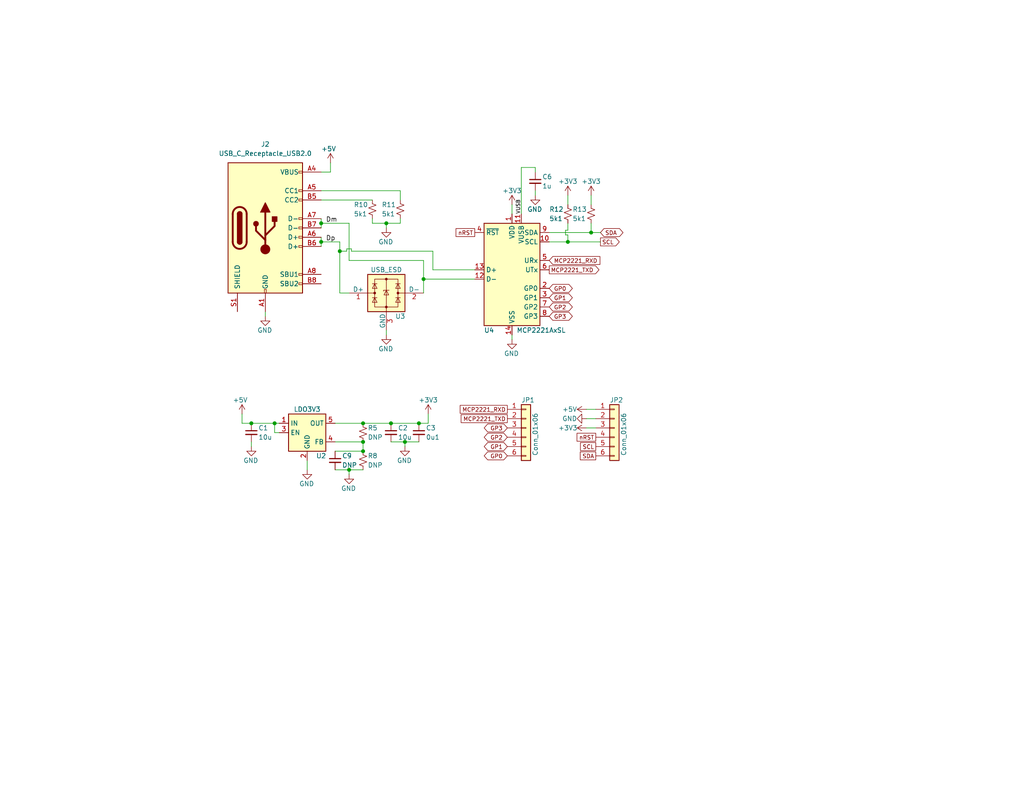
<source format=kicad_sch>
(kicad_sch (version 20230121) (generator eeschema)
  (paper "USLetter")
  (title_block (title "MCP2221A USB-C") (rev "0.1"))
  (lib_symbols
    (symbol "Connector:USB_C_Receptacle_USB2.0" (pin_names (offset 1.016))
      (property "Reference" "J" (at -10.16 19.05 0))
      (property "Value" "USB_C_Receptacle_USB2.0" (at 19.05 19.05 0))
      (symbol "USB_C_Receptacle_USB2.0_0_0"
        (rectangle (start -0.254 -17.78) (end 0.254 -16.764))
        (rectangle (start 10.16 -14.986) (end 9.144 -15.494))
        (rectangle (start 10.16 -12.446) (end 9.144 -12.954))
        (rectangle (start 10.16 -4.826) (end 9.144 -5.334))
        (rectangle (start 10.16 -2.286) (end 9.144 -2.794))
        (rectangle (start 10.16 0.254) (end 9.144 -0.254))
        (rectangle (start 10.16 2.794) (end 9.144 2.286))
        (rectangle (start 10.16 7.874) (end 9.144 7.366))
        (rectangle (start 10.16 10.414) (end 9.144 9.906))
        (rectangle (start 10.16 15.494) (end 9.144 14.986))
      )
      (symbol "USB_C_Receptacle_USB2.0_0_1"
        (rectangle (start -10.16 17.78) (end 10.16 -17.78) (stroke (width 0.254)) (fill (type background)))
        (arc (start -8.89 -3.81) (mid -6.985 -5.7067) (end -5.08 -3.81) (stroke (width 0.508)))
        (arc (start -7.62 -3.81) (mid -6.985 -4.4423) (end -6.35 -3.81) (stroke (width 0.254)))
        (arc (start -7.62 -3.81) (mid -6.985 -4.4423) (end -6.35 -3.81) (stroke (width 0.254)) (fill (type outline)))
        (rectangle (start -7.62 -3.81) (end -6.35 3.81) (stroke (width 0.254)) (fill (type outline)))
        (arc (start -6.35 3.81) (mid -6.985 4.4423) (end -7.62 3.81) (stroke (width 0.254)))
        (arc (start -6.35 3.81) (mid -6.985 4.4423) (end -7.62 3.81) (stroke (width 0.254)) (fill (type outline)))
        (arc (start -5.08 3.81) (mid -6.985 5.7067) (end -8.89 3.81) (stroke (width 0.508)))
        (circle (center -2.54 1.143) (radius 0.635) (stroke (width 0.254)) (fill (type outline)))
        (circle (center 0 -5.842) (radius 1.27) (fill (type outline)))
        (polyline (pts (xy -8.89 -3.81) (xy -8.89 3.81)) (stroke (width 0.508)))
        (polyline (pts (xy -5.08 3.81) (xy -5.08 -3.81)) (stroke (width 0.508)))
        (polyline (pts (xy 0 -5.842) (xy 0 4.318)) (stroke (width 0.508)))
        (polyline (pts (xy 0 -3.302) (xy -2.54 -0.762) (xy -2.54 0.508)) (stroke (width 0.508)))
        (polyline (pts (xy 0 -2.032) (xy 2.54 0.508) (xy 2.54 1.778)) (stroke (width 0.508)))
        (polyline (pts (xy -1.27 4.318) (xy 0 6.858) (xy 1.27 4.318) (xy -1.27 4.318)) (stroke (width 0.254)) (fill (type outline)))
        (rectangle (start 1.905 1.778) (end 3.175 3.048) (stroke (width 0.254)) (fill (type outline)))
      )
      (symbol "USB_C_Receptacle_USB2.0_1_1"
        (pin passive line (at 0 -22.86 90) (length 5.08) (name "GND") (number "A1"))
        (pin passive line (at 0 -22.86 90) (length 5.08) hide (name "GND") (number "A12"))
        (pin passive line (at 15.24 15.24 180) (length 5.08) (name "VBUS") (number "A4"))
        (pin bidirectional line (at 15.24 10.16 180) (length 5.08) (name "CC1") (number "A5"))
        (pin bidirectional line (at 15.24 -2.54 180) (length 5.08) (name "D+") (number "A6"))
        (pin bidirectional line (at 15.24 2.54 180) (length 5.08) (name "D-") (number "A7"))
        (pin bidirectional line (at 15.24 -12.7 180) (length 5.08) (name "SBU1") (number "A8"))
        (pin passive line (at 15.24 15.24 180) (length 5.08) hide (name "VBUS") (number "A9"))
        (pin passive line (at 0 -22.86 90) (length 5.08) hide (name "GND") (number "B1"))
        (pin passive line (at 0 -22.86 90) (length 5.08) hide (name "GND") (number "B12"))
        (pin passive line (at 15.24 15.24 180) (length 5.08) hide (name "VBUS") (number "B4"))
        (pin bidirectional line (at 15.24 7.62 180) (length 5.08) (name "CC2") (number "B5"))
        (pin bidirectional line (at 15.24 -5.08 180) (length 5.08) (name "D+") (number "B6"))
        (pin bidirectional line (at 15.24 0 180) (length 5.08) (name "D-") (number "B7"))
        (pin bidirectional line (at 15.24 -15.24 180) (length 5.08) (name "SBU2") (number "B8"))
        (pin passive line (at 15.24 15.24 180) (length 5.08) hide (name "VBUS") (number "B9"))
        (pin passive line (at -7.62 -22.86 90) (length 5.08) (name "SHIELD") (number "S1"))
      )
    )
    (symbol "Connector_Generic:Conn_01x06" (pin_names (offset 1.016) hide)
      (property "Reference" "J" (at 0 7.62 0))
      (property "Value" "Conn_01x06" (at 0 -10.16 0))
      (symbol "Conn_01x06_1_1"
        (rectangle (start -1.27 -7.493) (end 0 -7.747) (stroke (width 0.1524)))
        (rectangle (start -1.27 -4.953) (end 0 -5.207) (stroke (width 0.1524)))
        (rectangle (start -1.27 -2.413) (end 0 -2.667) (stroke (width 0.1524)))
        (rectangle (start -1.27 0.127) (end 0 -0.127) (stroke (width 0.1524)))
        (rectangle (start -1.27 2.667) (end 0 2.413) (stroke (width 0.1524)))
        (rectangle (start -1.27 5.207) (end 0 4.953) (stroke (width 0.1524)))
        (rectangle (start -1.27 6.35) (end 1.27 -8.89) (stroke (width 0.254)) (fill (type background)))
        (pin passive line (at -5.08 5.08 0) (length 3.81) (name "Pin_1") (number "1"))
        (pin passive line (at -5.08 2.54 0) (length 3.81) (name "Pin_2") (number "2"))
        (pin passive line (at -5.08 0 0) (length 3.81) (name "Pin_3") (number "3"))
        (pin passive line (at -5.08 -2.54 0) (length 3.81) (name "Pin_4") (number "4"))
        (pin passive line (at -5.08 -5.08 0) (length 3.81) (name "Pin_5") (number "5"))
        (pin passive line (at -5.08 -7.62 0) (length 3.81) (name "Pin_6") (number "6"))
      )
    )
    (symbol "Device:C_Small" (pin_numbers hide) (pin_names (offset 0.254) hide)
      (property "Reference" "C" (at 0.254 1.778 0))
      (property "Value" "C_Small" (at 0.254 -2.032 0))
      (symbol "C_Small_0_1"
        (polyline (pts (xy -1.524 -0.508) (xy 1.524 -0.508)) (stroke (width 0.3302)))
        (polyline (pts (xy -1.524 0.508) (xy 1.524 0.508)) (stroke (width 0.3048)))
      )
      (symbol "C_Small_1_1"
        (pin passive line (at 0 2.54 270) (length 2.032) (name "~") (number "1"))
        (pin passive line (at 0 -2.54 90) (length 2.032) (name "~") (number "2"))
      )
    )
    (symbol "Device:R_Small_US" (pin_numbers hide) (pin_names (offset 0.254) hide)
      (property "Reference" "R" (at 0.762 0.508 0))
      (property "Value" "R_Small_US" (at 0.762 -1.016 0))
      (symbol "R_Small_US_1_1"
        (polyline (pts (xy 0 0) (xy 1.016 -0.381) (xy 0 -0.762) (xy -1.016 -1.143) (xy 0 -1.524)))
        (polyline (pts (xy 0 1.524) (xy 1.016 1.143) (xy 0 0.762) (xy -1.016 0.381) (xy 0 0)))
        (pin passive line (at 0 2.54 270) (length 1.016) (name "~") (number "1"))
        (pin passive line (at 0 -2.54 90) (length 1.016) (name "~") (number "2"))
      )
    )
    (symbol "Interface_USB:MCP2221AxSL"
      (property "Reference" "U" (at -7.62 16.51 0))
      (property "Value" "MCP2221AxSL" (at 12.7 16.51 0))
      (symbol "MCP2221AxSL_0_1"
        (rectangle (start -7.62 15.24) (end 7.62 -12.7) (stroke (width 0.254)) (fill (type background)))
      )
      (symbol "MCP2221AxSL_1_1"
        (pin power_in line (at 0 17.78 270) (length 2.54) (name "VDD") (number "1"))
        (pin bidirectional line (at 10.16 10.16 180) (length 2.54) (name "SCL") (number "10"))
        (pin passive line (at 2.54 17.78 270) (length 2.54) (name "VUSB") (number "11"))
        (pin bidirectional line (at -10.16 0 0) (length 2.54) (name "D-") (number "12"))
        (pin bidirectional line (at -10.16 2.54 0) (length 2.54) (name "D+") (number "13"))
        (pin power_in line (at 0 -15.24 90) (length 2.54) (name "VSS") (number "14"))
        (pin bidirectional line (at 10.16 -2.54 180) (length 2.54) (name "GP0") (number "2"))
        (pin bidirectional line (at 10.16 -5.08 180) (length 2.54) (name "GP1") (number "3"))
        (pin input line (at -10.16 12.7 0) (length 2.54) (name "~{RST}") (number "4"))
        (pin input line (at 10.16 5.08 180) (length 2.54) (name "URx") (number "5"))
        (pin output line (at 10.16 2.54 180) (length 2.54) (name "UTx") (number "6"))
        (pin bidirectional line (at 10.16 -7.62 180) (length 2.54) (name "GP2") (number "7"))
        (pin bidirectional line (at 10.16 -10.16 180) (length 2.54) (name "GP3") (number "8"))
        (pin bidirectional line (at 10.16 12.7 180) (length 2.54) (name "SDA") (number "9"))
      )
    )
    (symbol "Power_Protection:TPD2EUSB30" (pin_names (offset 0))
      (property "Reference" "U" (at 0 6.35 0))
      (property "Value" "TPD2EUSB30" (at 7.62 -7.62 0))
      (symbol "TPD2EUSB30_0_1"
        (rectangle (start -5.08 5.08) (end 5.08 -5.08) (stroke (width 0.254)) (fill (type background)))
        (circle (center -3.175 0) (radius 0.2794) (fill (type outline)))
        (rectangle (start -3.175 3.81) (end 3.175 -3.81))
        (circle (center 0 -3.81) (radius 0.2794) (fill (type outline)))
        (polyline (pts (xy -5.08 0) (xy -3.175 0)))
        (polyline (pts (xy -3.81 -1.27) (xy -2.54 -1.27)))
        (polyline (pts (xy -3.81 2.54) (xy -2.54 2.54)))
        (polyline (pts (xy 0 3.81) (xy 0 -5.08)))
        (polyline (pts (xy 2.54 -1.27) (xy 3.81 -1.27)))
        (polyline (pts (xy 2.54 2.54) (xy 3.81 2.54)))
        (polyline (pts (xy 5.08 0) (xy 3.175 0)))
        (polyline (pts (xy 0.762 0.762) (xy -0.762 0.762) (xy -0.762 0.508)))
        (polyline (pts (xy -2.54 -2.54) (xy -3.81 -2.54) (xy -3.175 -1.27) (xy -2.54 -2.54)))
        (polyline (pts (xy -2.54 1.27) (xy -3.81 1.27) (xy -3.175 2.54) (xy -2.54 1.27)))
        (polyline (pts (xy 0.635 -0.508) (xy -0.635 -0.508) (xy 0 0.762) (xy 0.635 -0.508)))
        (polyline (pts (xy 3.81 -2.54) (xy 2.54 -2.54) (xy 3.175 -1.27) (xy 3.81 -2.54)))
        (polyline (pts (xy 3.81 1.27) (xy 2.54 1.27) (xy 3.175 2.54) (xy 3.81 1.27)))
        (circle (center 0 3.81) (radius 0.2794) (fill (type outline)))
        (circle (center 3.175 0) (radius 0.2794) (fill (type outline)))
      )
      (symbol "TPD2EUSB30_1_1"
        (pin passive line (at -10.16 0 0) (length 5.08) (name "D+") (number "1"))
        (pin passive line (at 10.16 0 180) (length 5.08) (name "D-") (number "2"))
        (pin passive line (at 0 -10.16 90) (length 5.08) (name "GND") (number "3"))
      )
    )
    (symbol "Regulator_Linear:TLV75801PDBV"
      (property "Reference" "U" (at -3.81 6.35 0))
      (property "Value" "TLV75801PDBV" (at 0 6.35 0))
      (symbol "TLV75801PDBV_0_1"
        (rectangle (start 5.08 -5.08) (end -5.08 5.08) (stroke (width 0.254)) (fill (type background)))
      )
      (symbol "TLV75801PDBV_1_1"
        (pin power_in line (at -7.62 2.54 0) (length 2.54) (name "IN") (number "1"))
        (pin power_in line (at 0 -7.62 90) (length 2.54) (name "GND") (number "2"))
        (pin input line (at -7.62 0 0) (length 2.54) (name "EN") (number "3"))
        (pin input line (at 7.62 -2.54 180) (length 2.54) (name "FB") (number "4"))
        (pin power_out line (at 7.62 2.54 180) (length 2.54) (name "OUT") (number "5"))
      )
    )
    (symbol "power:+3V3" (power) (pin_names (offset 0))
      (property "Value" "+3V3" (at 0 3.556 0))
      (symbol "+3V3_0_1"
        (polyline (pts (xy -0.762 1.27) (xy 0 2.54)))
        (polyline (pts (xy 0 0) (xy 0 2.54)))
        (polyline (pts (xy 0 2.54) (xy 0.762 1.27)))
      )
      (symbol "+3V3_1_1"
        (pin power_in line (at 0 0 90) (length 0) hide (name "+3V3") (number "1"))
      )
    )
    (symbol "power:+5V" (power) (pin_names (offset 0))
      (property "Value" "+5V" (at 0 3.556 0))
      (symbol "+5V_0_1"
        (polyline (pts (xy -0.762 1.27) (xy 0 2.54)))
        (polyline (pts (xy 0 0) (xy 0 2.54)))
        (polyline (pts (xy 0 2.54) (xy 0.762 1.27)))
      )
      (symbol "+5V_1_1"
        (pin power_in line (at 0 0 90) (length 0) hide (name "+5V") (number "1"))
      )
    )
    (symbol "power:GND" (power) (pin_names (offset 0))
      (property "Value" "GND" (at 0 -3.81 0))
      (symbol "GND_0_1"
        (polyline (pts (xy 0 0) (xy 0 -1.27) (xy 1.27 -1.27) (xy 0 -2.54) (xy -1.27 -1.27) (xy 0 -1.27)))
      )
      (symbol "GND_1_1"
        (pin power_in line (at 0 0 270) (length 0) hide (name "GND") (number "1"))
      )
    )
  )
  (junction (at 87.63 60.96))
  (junction (at 74.93 115.57))
  (junction (at 161.29 63.5))
  (junction (at 92.71 68.58))
  (junction (at 99.06 120.65))
  (junction (at 114.3 115.57))
  (junction (at 115.57 76.2))
  (junction (at 154.94 66.04))
  (junction (at 106.68 115.57))
  (junction (at 99.06 123.19))
  (junction (at 105.41 60.96))
  (junction (at 99.06 115.57))
  (junction (at 87.63 66.04))
  (junction (at 95.25 128.27))
  (junction (at 68.58 115.57))
  (junction (at 110.49 120.65))
  (wire (pts (xy 74.93 115.57) (xy 76.2 115.57)))
  (wire (pts (xy 139.7 91.44) (xy 139.7 92.71)))
  (wire (pts (xy 105.41 60.96) (xy 105.41 62.23)))
  (wire (pts (xy 160.02 116.84) (xy 162.56 116.84)))
  (wire (pts (xy 115.57 71.12) (xy 115.57 76.2)))
  (wire (pts (xy 118.11 73.66) (xy 118.11 68.58)))
  (wire (pts (xy 92.71 68.58) (xy 94.615 68.58)))
  (wire (pts (xy 116.84 115.57) (xy 116.84 113.03)))
  (wire (pts (xy 160.02 111.76) (xy 162.56 111.76)))
  (wire (pts (xy 146.05 46.99) (xy 146.05 45.72)))
  (wire (pts (xy 118.11 68.58) (xy 95.885 68.58)))
  (wire (pts (xy 95.25 128.27) (xy 99.06 128.27)))
  (wire (pts (xy 154.94 64.135) (xy 154.94 66.04)))
  (wire (pts (xy 160.02 114.3) (xy 162.56 114.3)))
  (wire (pts (xy 149.86 63.5) (xy 161.29 63.5)))
  (wire (pts (xy 91.44 128.27) (xy 95.25 128.27)))
  (wire (pts (xy 115.57 76.2) (xy 115.57 80.01)))
  (wire (pts (xy 68.58 115.57) (xy 66.04 115.57)))
  (wire (pts (xy 115.57 76.2) (xy 129.54 76.2)))
  (wire (pts (xy 87.63 64.77) (xy 87.63 66.04)))
  (wire (pts (xy 154.94 60.96) (xy 154.94 62.865)))
  (wire (pts (xy 68.58 115.57) (xy 74.93 115.57)))
  (wire (pts (xy 87.63 54.61) (xy 101.6 54.61)))
  (wire (pts (xy 94.615 67.945) (xy 94.615 68.58)))
  (wire (pts (xy 91.44 120.65) (xy 99.06 120.65)))
  (wire (pts (xy 91.44 115.57) (xy 99.06 115.57)))
  (wire (pts (xy 110.49 120.65) (xy 110.49 121.92)))
  (wire (pts (xy 161.29 60.96) (xy 161.29 63.5)))
  (wire (pts (xy 92.71 80.01) (xy 95.25 80.01)))
  (wire (pts (xy 74.93 115.57) (xy 74.93 118.11)))
  (wire (pts (xy 87.63 66.04) (xy 92.71 66.04)))
  (wire (pts (xy 87.63 59.69) (xy 87.63 60.96)))
  (wire (pts (xy 106.68 115.57) (xy 114.3 115.57)))
  (wire (pts (xy 68.58 120.65) (xy 68.58 121.92)))
  (wire (pts (xy 146.05 52.07) (xy 146.05 53.34)))
  (wire (pts (xy 114.3 115.57) (xy 116.84 115.57)))
  (wire (pts (xy 154.94 66.04) (xy 163.83 66.04)))
  (wire (pts (xy 92.71 68.58) (xy 92.71 80.01)))
  (wire (pts (xy 146.05 45.72) (xy 142.24 45.72)))
  (wire (pts (xy 154.94 53.34) (xy 154.94 55.88)))
  (wire (pts (xy 154.94 62.865) (xy 154.305 62.865)))
  (wire (pts (xy 66.04 115.57) (xy 66.04 113.03)))
  (wire (pts (xy 109.22 52.07) (xy 109.22 54.61)))
  (wire (pts (xy 99.06 120.65) (xy 99.06 123.19)))
  (wire (pts (xy 76.2 118.11) (xy 74.93 118.11)))
  (wire (pts (xy 161.29 63.5) (xy 163.83 63.5)))
  (wire (pts (xy 87.63 52.07) (xy 109.22 52.07)))
  (wire (pts (xy 95.885 67.945) (xy 94.615 67.945)))
  (wire (pts (xy 129.54 73.66) (xy 118.11 73.66)))
  (wire (pts (xy 154.305 62.865) (xy 154.305 64.135)))
  (wire (pts (xy 95.885 68.58) (xy 95.885 67.945)))
  (wire (pts (xy 105.41 60.96) (xy 101.6 60.96)))
  (wire (pts (xy 87.63 60.96) (xy 95.25 60.96)))
  (wire (pts (xy 87.63 66.04) (xy 87.63 67.31)))
  (wire (pts (xy 95.25 60.96) (xy 95.25 71.12)))
  (wire (pts (xy 109.22 60.96) (xy 109.22 59.69)))
  (wire (pts (xy 95.25 71.12) (xy 115.57 71.12)))
  (wire (pts (xy 105.41 90.17) (xy 105.41 91.44)))
  (wire (pts (xy 139.7 55.88) (xy 139.7 58.42)))
  (wire (pts (xy 87.63 46.99) (xy 90.17 46.99)))
  (wire (pts (xy 87.63 60.96) (xy 87.63 62.23)))
  (wire (pts (xy 83.82 125.73) (xy 83.82 128.27)))
  (wire (pts (xy 95.25 128.27) (xy 95.25 129.54)))
  (wire (pts (xy 105.41 60.96) (xy 109.22 60.96)))
  (wire (pts (xy 99.06 115.57) (xy 106.68 115.57)))
  (wire (pts (xy 90.17 46.99) (xy 90.17 44.45)))
  (wire (pts (xy 110.49 120.65) (xy 114.3 120.65)))
  (wire (pts (xy 161.29 53.34) (xy 161.29 55.88)))
  (wire (pts (xy 154.305 64.135) (xy 154.94 64.135)))
  (wire (pts (xy 142.24 45.72) (xy 142.24 58.42)))
  (wire (pts (xy 149.86 66.04) (xy 154.94 66.04)))
  (wire (pts (xy 92.71 66.04) (xy 92.71 68.58)))
  (wire (pts (xy 91.44 123.19) (xy 99.06 123.19)))
  (wire (pts (xy 106.68 120.65) (xy 110.49 120.65)))
  (wire (pts (xy 72.39 85.09) (xy 72.39 86.36)))
  (wire (pts (xy 101.6 60.96) (xy 101.6 59.69)))
  (label "Dm" (at 88.9 60.96 0))
  (label "Dp" (at 88.9 66.04 0))
  (label "VUSB" (at 142.24 58.42 90) (effects (font (size 1 1))))
  (global_label "GP0" (shape bidirectional) (at 138.43 124.46 180) (effects (font (size 1.1 1.1))) (property "Intersheetrefs" "${INTERSHEET_REFS}" (effects hide)))
  (global_label "GP1" (shape bidirectional) (at 138.43 121.92 180) (effects (font (size 1.1 1.1))) (property "Intersheetrefs" "${INTERSHEET_REFS}" (effects hide)))
  (global_label "SCL" (shape passive) (at 162.56 121.92 180) (effects (font (size 1.1 1.1))) (property "Intersheetrefs" "${INTERSHEET_REFS}" (effects hide)))
  (global_label "GP1" (shape bidirectional) (at 149.86 81.28 0) (effects (font (size 1.1 1.1))) (property "Intersheetrefs" "${INTERSHEET_REFS}" (effects hide)))
  (global_label "MCP2221_TXD" (shape output) (at 149.86 73.66 0) (effects (font (size 1.1 1.1))) (property "Intersheetrefs" "${INTERSHEET_REFS}" (effects hide)))
  (global_label "GP2" (shape bidirectional) (at 149.86 83.82 0) (effects (font (size 1.1 1.1))) (property "Intersheetrefs" "${INTERSHEET_REFS}" (effects hide)))
  (global_label "MCP2221_TXD" (shape passive) (at 138.43 114.3 180) (effects (font (size 1.1 1.1))) (property "Intersheetrefs" "${INTERSHEET_REFS}" (effects hide)))
  (global_label "nRST" (shape passive) (at 162.56 119.38 180) (effects (font (size 1.1 1.1))) (property "Intersheetrefs" "${INTERSHEET_REFS}" (effects hide)))
  (global_label "GP3" (shape bidirectional) (at 149.86 86.36 0) (effects (font (size 1.1 1.1))) (property "Intersheetrefs" "${INTERSHEET_REFS}" (effects hide)))
  (global_label "GP0" (shape bidirectional) (at 149.86 78.74 0) (effects (font (size 1.1 1.1))) (property "Intersheetrefs" "${INTERSHEET_REFS}" (effects hide)))
  (global_label "nRST" (shape passive) (at 129.54 63.5 180) (effects (font (size 1.1 1.1))) (property "Intersheetrefs" "${INTERSHEET_REFS}" (effects hide)))
  (global_label "MCP2221_RXD" (shape input) (at 149.86 71.12 0) (effects (font (size 1.1 1.1))) (property "Intersheetrefs" "${INTERSHEET_REFS}" (effects hide)))
  (global_label "SCL" (shape output) (at 163.83 66.04 0) (effects (font (size 1.1 1.1))) (property "Intersheetrefs" "${INTERSHEET_REFS}" (effects hide)))
  (global_label "MCP2221_RXD" (shape passive) (at 138.43 111.76 180) (effects (font (size 1.1 1.1))) (property "Intersheetrefs" "${INTERSHEET_REFS}" (effects hide)))
  (global_label "GP3" (shape bidirectional) (at 138.43 116.84 180) (effects (font (size 1.1 1.1))) (property "Intersheetrefs" "${INTERSHEET_REFS}" (effects hide)))
  (global_label "SDA" (shape passive) (at 162.56 124.46 180) (effects (font (size 1.1 1.1))) (property "Intersheetrefs" "${INTERSHEET_REFS}" (effects hide)))
  (global_label "SDA" (shape bidirectional) (at 163.83 63.5 0) (effects (font (size 1.1 1.1))) (property "Intersheetrefs" "${INTERSHEET_REFS}" (effects hide)))
  (global_label "GP2" (shape bidirectional) (at 138.43 119.38 180) (effects (font (size 1.1 1.1))) (property "Intersheetrefs" "${INTERSHEET_REFS}" (effects hide)))
  (symbol (lib_id "Device:R_Small_US") (at 154.94 58.42 0) (unit 1)
    (property "Reference" "R12" (at 149.86 57.15 0) (effects (justify left)))
    (property "Value" "5k1" (at 149.86 59.69 0) (effects (justify left)))
    (property "Footprint" "Resistor_SMD:R_0603_1608Metric_Pad0.98x0.95mm_HandSolder" (effects hide))
  )
  (symbol (lib_id "Connector_Generic:Conn_01x06") (at 143.51 116.84 0) (unit 1)
    (property "Reference" "JP1" (at 142.24 109.22 0) (effects (justify left)))
    (property "Value" "Conn_01x06" (at 146.05 124.46 90) (effects (justify left)))
    (property "Footprint" "Connector_PinSocket_2.54mm:PinSocket_1x06_P2.54mm_Vertical" (effects hide))
  )
  (symbol (lib_id "power:GND") (at 72.39 86.36 0) (unit 1)
    (property "Reference" "#PWR0119" (effects hide))
    (property "Value" "GND" (at 74.295 90.17 0) (effects (justify right)))
  )
  (symbol (lib_id "power:GND") (at 160.02 114.3 270) (unit 1)
    (property "Reference" "#PWR0125" (effects hide))
    (property "Value" "GND" (at 157.48 114.3 90) (effects (justify right)))
  )
  (symbol (lib_id "power:GND") (at 83.82 128.27 0) (unit 1)
    (property "Reference" "#PWR0116" (effects hide))
    (property "Value" "GND" (at 85.725 132.08 0) (effects (justify right)))
  )
  (symbol (lib_id "Connector:USB_C_Receptacle_USB2.0") (at 72.39 62.23 0) (unit 1)
    (property "Reference" "J2" (at 72.39 39.37 0))
    (property "Value" "USB_C_Receptacle_USB2.0" (at 72.39 41.91 0))
    (property "Footprint" "Connector_USB:USB_C_Receptacle_GCT_USB4105-xx-A_16P_TopMnt_Horizontal" (effects hide))
    (property "Datasheet" "https://www.usb.org/sites/default/files/documents/usb_type-c.zip" (effects hide))
  )
  (symbol (lib_id "Device:C_Small") (at 146.05 49.53 0) (unit 1)
    (property "Reference" "C6" (at 147.955 48.26 0) (effects (justify left)))
    (property "Value" "1u" (at 147.955 50.8 0) (effects (justify left)))
    (property "Footprint" "Capacitor_SMD:C_0603_1608Metric_Pad1.08x0.95mm_HandSolder" (effects hide))
  )
  (symbol (lib_id "power:GND") (at 95.25 129.54 0) (unit 1)
    (property "Reference" "#PWR0115" (effects hide))
    (property "Value" "GND" (at 97.155 133.35 0) (effects (justify right)))
  )
  (symbol (lib_id "power:GND") (at 139.7 92.71 0) (unit 1)
    (property "Reference" "#PWR0108" (effects hide))
    (property "Value" "GND" (at 141.605 96.52 0) (effects (justify right)))
  )
  (symbol (lib_id "Power_Protection:TPD2EUSB30") (at 105.41 80.01 0) (unit 1)
    (property "Reference" "U3" (at 109.22 86.36 0))
    (property "Value" "USB_ESD" (at 105.41 73.66 0))
    (property "Footprint" "Package_TO_SOT_SMD:TSOT-23" (effects hide))
    (property "Datasheet" "http://www.ti.com/lit/ds/symlink/tpd2eusb30a.pdf" (effects hide))
  )
  (symbol (lib_id "power:+3V3") (at 161.29 53.34 0) (unit 1)
    (property "Reference" "#PWR0114" (effects hide))
    (property "Value" "+3V3" (at 161.29 49.53 0))
  )
  (symbol (lib_id "Device:C_Small") (at 106.68 118.11 0) (unit 1)
    (property "Reference" "C2" (at 108.585 116.84 0) (effects (justify left)))
    (property "Value" "10u" (at 108.585 119.38 0) (effects (justify left)))
    (property "Footprint" "Capacitor_SMD:C_0603_1608Metric_Pad1.08x0.95mm_HandSolder" (effects hide))
  )
  (symbol (lib_id "Device:R_Small_US") (at 101.6 57.15 0) (unit 1)
    (property "Reference" "R10" (at 96.52 55.88 0) (effects (justify left)))
    (property "Value" "5k1" (at 96.52 58.42 0) (effects (justify left)))
    (property "Footprint" "Resistor_SMD:R_0603_1608Metric_Pad0.98x0.95mm_HandSolder" (effects hide))
  )
  (symbol (lib_id "power:+5V") (at 160.02 111.76 90) (unit 1)
    (property "Reference" "#PWR0124" (effects hide))
    (property "Value" "+5V" (at 157.48 111.76 90) (effects (justify left)))
  )
  (symbol (lib_id "Device:R_Small_US") (at 161.29 58.42 0) (unit 1)
    (property "Reference" "R13" (at 156.21 57.15 0) (effects (justify left)))
    (property "Value" "5k1" (at 156.21 59.69 0) (effects (justify left)))
    (property "Footprint" "Resistor_SMD:R_0603_1608Metric_Pad0.98x0.95mm_HandSolder" (effects hide))
  )
  (symbol (lib_id "Regulator_Linear:TLV75801PDBV") (at 83.82 118.11 0) (unit 1)
    (property "Reference" "U2" (at 87.63 124.46 0))
    (property "Value" "LDO3V3" (at 83.82 111.76 0))
    (property "Footprint" "Package_TO_SOT_SMD:SOT-23-5" (effects hide))
    (property "Datasheet" "https://www.ti.com/lit/ds/symlink/tlv758p.pdf" (effects hide))
  )
  (symbol (lib_id "power:GND") (at 105.41 91.44 0) (unit 1)
    (property "Reference" "#PWR0111" (effects hide))
    (property "Value" "GND" (at 107.315 95.25 0) (effects (justify right)))
  )
  (symbol (lib_id "power:GND") (at 146.05 53.34 0) (unit 1)
    (property "Reference" "#PWR0145" (effects hide))
    (property "Value" "GND" (at 147.955 57.15 0) (effects (justify right)))
  )
  (symbol (lib_id "power:+3V3") (at 116.84 113.03 0) (unit 1)
    (property "Reference" "#PWR0122" (effects hide))
    (property "Value" "+3V3" (at 116.84 109.22 0))
  )
  (symbol (lib_id "Device:C_Small") (at 114.3 118.11 0) (unit 1)
    (property "Reference" "C3" (at 116.205 116.84 0) (effects (justify left)))
    (property "Value" "0u1" (at 116.205 119.38 0) (effects (justify left)))
    (property "Footprint" "Capacitor_SMD:C_0603_1608Metric_Pad1.08x0.95mm_HandSolder" (effects hide))
  )
  (symbol (lib_id "Connector_Generic:Conn_01x06") (at 167.64 116.84 0) (unit 1)
    (property "Reference" "JP2" (at 166.37 109.22 0) (effects (justify left)))
    (property "Value" "Conn_01x06" (at 170.18 124.46 90) (effects (justify left)))
    (property "Footprint" "Connector_PinSocket_2.54mm:PinSocket_1x06_P2.54mm_Vertical" (effects hide))
  )
  (symbol (lib_id "Interface_USB:MCP2221AxSL") (at 139.7 76.2 0) (unit 1)
    (property "Reference" "U4" (at 132.08 90.17 0) (effects (justify left)))
    (property "Value" "MCP2221AxSL" (at 140.97 90.17 0) (effects (justify left)))
    (property "Footprint" "Package_SO:SOIC-14_3.9x8.7mm_P1.27mm" (effects hide))
    (property "Datasheet" "http://ww1.microchip.com/downloads/en/DeviceDoc/20005565B.pdf" (effects hide))
  )
  (symbol (lib_id "Device:R_Small_US") (at 99.06 125.73 0) (unit 1)
    (property "Reference" "R8" (at 100.33 124.46 0) (effects (justify left)))
    (property "Value" "DNP" (at 100.33 127 0) (effects (justify left)))
    (property "Footprint" "Resistor_SMD:R_0603_1608Metric_Pad0.98x0.95mm_HandSolder" (effects hide))
  )
  (symbol (lib_id "power:GND") (at 110.49 121.92 0) (unit 1)
    (property "Reference" "#PWR0121" (effects hide))
    (property "Value" "GND" (at 112.395 125.73 0) (effects (justify right)))
  )
  (symbol (lib_id "power:GND") (at 105.41 62.23 0) (unit 1)
    (property "Reference" "#PWR0112" (effects hide))
    (property "Value" "GND" (at 107.315 66.04 0) (effects (justify right)))
  )
  (symbol (lib_id "power:+5V") (at 66.04 113.03 0) (unit 1)
    (property "Reference" "#PWR0117" (effects hide))
    (property "Value" "+5V" (at 63.5 109.22 0) (effects (justify left)))
  )
  (symbol (lib_id "Device:C_Small") (at 68.58 118.11 0) (unit 1)
    (property "Reference" "C1" (at 70.485 116.84 0) (effects (justify left)))
    (property "Value" "10u" (at 70.485 119.38 0) (effects (justify left)))
    (property "Footprint" "Capacitor_SMD:C_0603_1608Metric_Pad1.08x0.95mm_HandSolder" (effects hide))
  )
  (symbol (lib_id "power:GND") (at 68.58 121.92 0) (unit 1)
    (property "Reference" "#PWR0118" (effects hide))
    (property "Value" "GND" (at 70.485 125.73 0) (effects (justify right)))
  )
  (symbol (lib_id "power:+5V") (at 90.17 44.45 0) (unit 1)
    (property "Reference" "#PWR0120" (effects hide))
    (property "Value" "+5V" (at 87.63 40.64 0) (effects (justify left)))
  )
  (symbol (lib_id "power:+3V3") (at 154.94 53.34 0) (unit 1)
    (property "Reference" "#PWR0113" (effects hide))
    (property "Value" "+3V3" (at 154.94 49.53 0))
  )
  (symbol (lib_id "Device:R_Small_US") (at 99.06 118.11 0) (unit 1)
    (property "Reference" "R5" (at 100.33 116.84 0) (effects (justify left)))
    (property "Value" "DNP" (at 100.33 119.38 0) (effects (justify left)))
    (property "Footprint" "Resistor_SMD:R_0603_1608Metric_Pad0.98x0.95mm_HandSolder" (effects hide))
  )
  (symbol (lib_id "Device:C_Small") (at 91.44 125.73 0) (unit 1)
    (property "Reference" "C9" (at 93.345 124.46 0) (effects (justify left)))
    (property "Value" "DNP" (at 93.345 127 0) (effects (justify left)))
    (property "Footprint" "Capacitor_SMD:C_0603_1608Metric_Pad1.08x0.95mm_HandSolder" (effects hide))
  )
  (symbol (lib_id "Device:R_Small_US") (at 109.22 57.15 0) (unit 1)
    (property "Reference" "R11" (at 104.14 55.88 0) (effects (justify left)))
    (property "Value" "5k1" (at 104.14 58.42 0) (effects (justify left)))
    (property "Footprint" "Resistor_SMD:R_0603_1608Metric_Pad0.98x0.95mm_HandSolder" (effects hide))
  )
  (symbol (lib_id "power:+3V3") (at 139.7 55.88 0) (unit 1)
    (property "Reference" "#PWR0146" (effects hide))
    (property "Value" "+3V3" (at 139.7 52.07 0))
  )
  (symbol (lib_id "power:+3V3") (at 160.02 116.84 90) (unit 1)
    (property "Reference" "#PWR0123" (effects hide))
    (property "Value" "+3V3" (at 154.94 116.84 90))
  )
)
</source>
